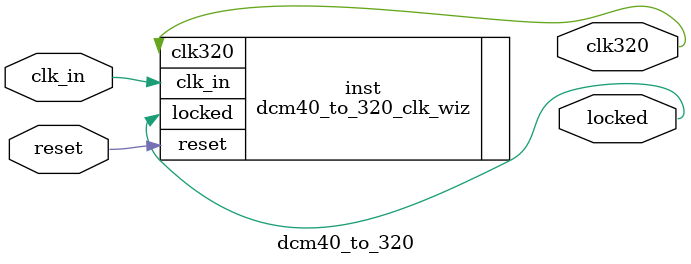
<source format=v>


`timescale 1ps/1ps

(* CORE_GENERATION_INFO = "dcm40_to_320,clk_wiz_v6_0_9_0_0,{component_name=dcm40_to_320,use_phase_alignment=true,use_min_o_jitter=false,use_max_i_jitter=false,use_dyn_phase_shift=false,use_inclk_switchover=false,use_dyn_reconfig=false,enable_axi=0,feedback_source=FDBK_AUTO,PRIMITIVE=MMCM,num_out_clk=1,clkin1_period=25.000,clkin2_period=10.0,use_power_down=false,use_reset=true,use_locked=true,use_inclk_stopped=false,feedback_type=SINGLE,CLOCK_MGR_TYPE=NA,manual_override=false}" *)

module dcm40_to_320 
 (
  // Clock out ports
  output        clk320,
  // Status and control signals
  input         reset,
  output        locked,
 // Clock in ports
  input         clk_in
 );

  dcm40_to_320_clk_wiz inst
  (
  // Clock out ports  
  .clk320(clk320),
  // Status and control signals               
  .reset(reset), 
  .locked(locked),
 // Clock in ports
  .clk_in(clk_in)
  );

endmodule

</source>
